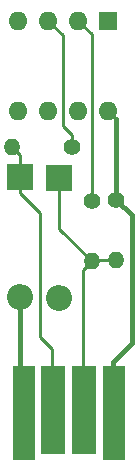
<source format=gtl>
G04 #@! TF.GenerationSoftware,KiCad,Pcbnew,5.1.2-1.fc30*
G04 #@! TF.CreationDate,2019-07-15T00:46:44+02:00*
G04 #@! TF.ProjectId,BadUSB,42616455-5342-42e6-9b69-6361645f7063,rev?*
G04 #@! TF.SameCoordinates,Original*
G04 #@! TF.FileFunction,Copper,L1,Top*
G04 #@! TF.FilePolarity,Positive*
%FSLAX46Y46*%
G04 Gerber Fmt 4.6, Leading zero omitted, Abs format (unit mm)*
G04 Created by KiCad (PCBNEW 5.1.2-1.fc30) date 2019-07-15 00:46:44*
%MOMM*%
%LPD*%
G04 APERTURE LIST*
%ADD10R,2.000000X7.500000*%
%ADD11R,1.900000X8.000000*%
%ADD12O,1.400000X1.400000*%
%ADD13C,1.400000*%
%ADD14O,2.200000X2.200000*%
%ADD15R,2.200000X2.200000*%
%ADD16O,1.600000X1.600000*%
%ADD17R,1.600000X1.600000*%
%ADD18C,0.250000*%
%ADD19C,0.450000*%
G04 APERTURE END LIST*
D10*
X83620000Y-65490000D03*
X81020000Y-65490000D03*
D11*
X78510000Y-65740000D03*
X86130000Y-65740000D03*
D12*
X77480000Y-43220000D03*
D13*
X82560000Y-43220000D03*
D12*
X84250000Y-52950000D03*
D13*
X84250000Y-47870000D03*
D12*
X86340000Y-52800000D03*
D13*
X86340000Y-47720000D03*
D14*
X78190000Y-56000000D03*
D15*
X78190000Y-45840000D03*
D16*
X85630000Y-40170000D03*
X78010000Y-32550000D03*
X83090000Y-40170000D03*
X80550000Y-32550000D03*
X80550000Y-40170000D03*
X83090000Y-32550000D03*
X78010000Y-40170000D03*
D17*
X85630000Y-32550000D03*
D14*
X81460000Y-56040000D03*
D15*
X81460000Y-45880000D03*
D18*
X80930000Y-65430000D02*
X80930000Y-60400000D01*
X80930000Y-60400000D02*
X79860000Y-59330000D01*
X78190000Y-47190000D02*
X78190000Y-45840000D01*
X79860000Y-48860000D02*
X78190000Y-47190000D01*
X79860000Y-59330000D02*
X79860000Y-48860000D01*
X78190000Y-43930000D02*
X77480000Y-43220000D01*
X78190000Y-45840000D02*
X78190000Y-43930000D01*
X84400000Y-52800000D02*
X84250000Y-52950000D01*
X86340000Y-52800000D02*
X84400000Y-52800000D01*
X83530000Y-53670000D02*
X83530000Y-65430000D01*
X84250000Y-52950000D02*
X83530000Y-53670000D01*
X81460000Y-50160000D02*
X81460000Y-45880000D01*
X84250000Y-52950000D02*
X81460000Y-50160000D01*
X81420000Y-56000000D02*
X81460000Y-56040000D01*
X78190000Y-65450000D02*
X78420000Y-65680000D01*
D19*
X78190000Y-56000000D02*
X78190000Y-65450000D01*
X86040000Y-61430000D02*
X87640000Y-59830000D01*
X86040000Y-65680000D02*
X86040000Y-61430000D01*
X87640000Y-49020000D02*
X86340000Y-47720000D01*
X87640000Y-59830000D02*
X87640000Y-49020000D01*
D18*
X86340000Y-40880000D02*
X85630000Y-40170000D01*
D19*
X86340000Y-47720000D02*
X86340000Y-40880000D01*
D18*
X81810000Y-41480051D02*
X81810000Y-33810000D01*
X81810000Y-33810000D02*
X80550000Y-32550000D01*
X82560000Y-43220000D02*
X82560000Y-42230051D01*
X82560000Y-42230051D02*
X81810000Y-41480051D01*
X84250000Y-33710000D02*
X83090000Y-32550000D01*
X84250000Y-47870000D02*
X84250000Y-33710000D01*
M02*

</source>
